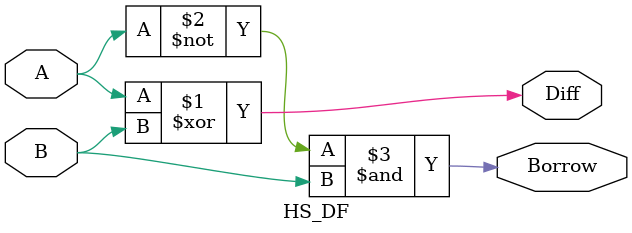
<source format=v>
`timescale 1ns / 1ps


module HS_DF(Diff, Borrow, A, B);
input A, B;
output Diff, Borrow;
assign Diff=A^B;
assign Borrow=(~A)&B;
endmodule

</source>
